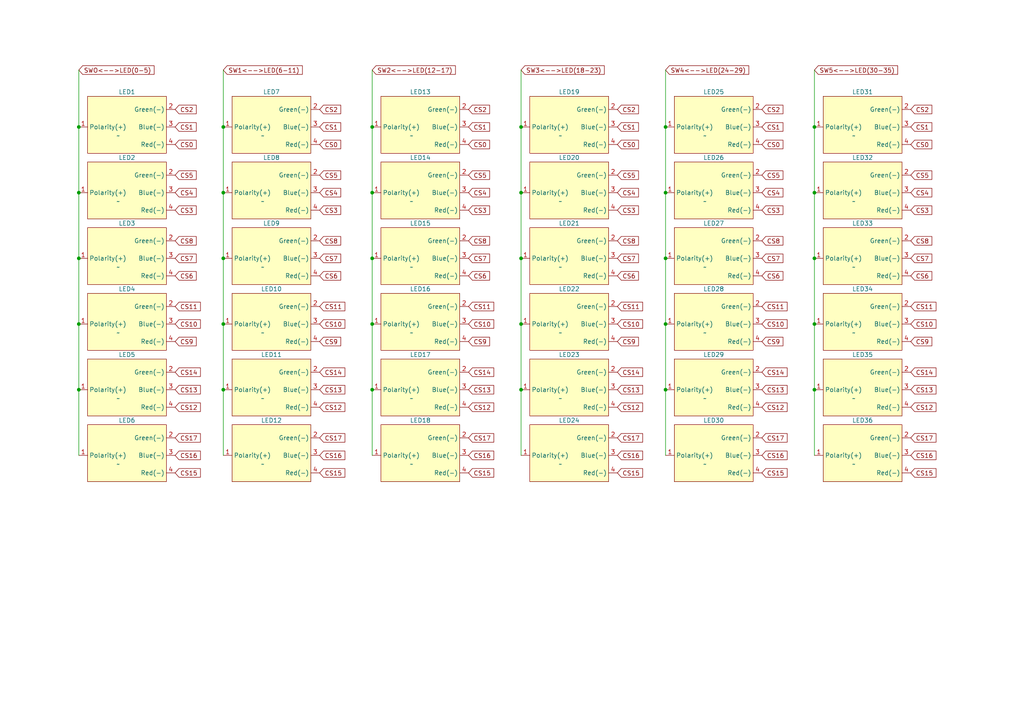
<source format=kicad_sch>
(kicad_sch (version 20230121) (generator eeschema)
  (paper "A4")
  (lib_symbols
    (symbol "FanBladeSymbols:LED_WL-SFCW"
      (property "Reference" "LED" (at 0 -5.08 0))
      (symbol "LED_WL-SFCW_0_1"
        (rectangle (start -11.43 7.62) (end 11.43 -8.89) (fill (type background)))
      )
      (symbol "LED_WL-SFCW_1_1"
        (pin input line (at -13.97 -1.27 0) (length 2.54) (name "Polarity(+)") (number "1"))
        (pin input line (at 13.97 3.81 180) (length 2.54) (name "Green(-)") (number "2"))
        (pin input line (at 13.97 -1.27 180) (length 2.54) (name "Blue(-)") (number "3"))
        (pin input line (at 13.97 -6.35 180) (length 2.54) (name "Red(-)") (number "4"))
      )
    )
  )
  (junction (at 64.77 113.03))
  (junction (at 193.04 93.98))
  (junction (at 193.04 55.88))
  (junction (at 107.95 74.93))
  (junction (at 151.13 36.83))
  (junction (at 236.22 113.03))
  (junction (at 22.86 55.88))
  (junction (at 193.04 113.03))
  (junction (at 107.95 36.83))
  (junction (at 151.13 55.88))
  (junction (at 193.04 36.83))
  (junction (at 64.77 93.98))
  (junction (at 22.86 113.03))
  (junction (at 22.86 36.83))
  (junction (at 107.95 55.88))
  (junction (at 236.22 93.98))
  (junction (at 64.77 55.88))
  (junction (at 151.13 113.03))
  (junction (at 193.04 74.93))
  (junction (at 22.86 93.98))
  (junction (at 236.22 36.83))
  (junction (at 64.77 36.83))
  (junction (at 64.77 74.93))
  (junction (at 236.22 74.93))
  (junction (at 236.22 55.88))
  (junction (at 151.13 93.98))
  (junction (at 22.86 74.93))
  (junction (at 107.95 93.98))
  (junction (at 107.95 113.03))
  (junction (at 151.13 74.93))
  (wire (pts (xy 236.22 93.98) (xy 236.22 113.03)))
  (wire (pts (xy 193.04 55.88) (xy 193.04 74.93)))
  (wire (pts (xy 107.95 113.03) (xy 107.95 132.08)))
  (wire (pts (xy 107.95 93.98) (xy 107.95 113.03)))
  (wire (pts (xy 151.13 36.83) (xy 151.13 55.88)))
  (wire (pts (xy 107.95 36.83) (xy 107.95 55.88)))
  (wire (pts (xy 151.13 20.32) (xy 151.13 36.83)))
  (wire (pts (xy 193.04 36.83) (xy 193.04 55.88)))
  (wire (pts (xy 22.86 36.83) (xy 22.86 55.88)))
  (wire (pts (xy 193.04 74.93) (xy 193.04 93.98)))
  (wire (pts (xy 107.95 55.88) (xy 107.95 74.93)))
  (wire (pts (xy 107.95 20.32) (xy 107.95 36.83)))
  (wire (pts (xy 64.77 93.98) (xy 64.77 113.03)))
  (wire (pts (xy 64.77 36.83) (xy 64.77 55.88)))
  (wire (pts (xy 151.13 74.93) (xy 151.13 93.98)))
  (wire (pts (xy 64.77 55.88) (xy 64.77 74.93)))
  (wire (pts (xy 236.22 36.83) (xy 236.22 55.88)))
  (wire (pts (xy 193.04 20.32) (xy 193.04 36.83)))
  (wire (pts (xy 236.22 20.32) (xy 236.22 36.83)))
  (wire (pts (xy 236.22 74.93) (xy 236.22 93.98)))
  (wire (pts (xy 64.77 20.32) (xy 64.77 36.83)))
  (wire (pts (xy 22.86 20.32) (xy 22.86 36.83)))
  (wire (pts (xy 22.86 93.98) (xy 22.86 113.03)))
  (wire (pts (xy 22.86 74.93) (xy 22.86 93.98)))
  (wire (pts (xy 151.13 113.03) (xy 151.13 132.08)))
  (wire (pts (xy 151.13 55.88) (xy 151.13 74.93)))
  (wire (pts (xy 22.86 55.88) (xy 22.86 74.93)))
  (wire (pts (xy 236.22 55.88) (xy 236.22 74.93)))
  (wire (pts (xy 64.77 113.03) (xy 64.77 132.08)))
  (wire (pts (xy 193.04 113.03) (xy 193.04 132.08)))
  (wire (pts (xy 193.04 93.98) (xy 193.04 113.03)))
  (wire (pts (xy 22.86 113.03) (xy 22.86 132.08)))
  (wire (pts (xy 151.13 93.98) (xy 151.13 113.03)))
  (wire (pts (xy 64.77 74.93) (xy 64.77 93.98)))
  (wire (pts (xy 236.22 113.03) (xy 236.22 132.08)))
  (wire (pts (xy 107.95 74.93) (xy 107.95 93.98)))
  (global_label "CS13" (shape input) (at 135.89 113.03 0) (property "Intersheetrefs" "${INTERSHEET_REFS}" (effects hide)))
  (global_label "CS5" (shape input) (at 135.89 50.8 0) (property "Intersheetrefs" "${INTERSHEET_REFS}" (effects hide)))
  (global_label "CS4" (shape input) (at 220.98 55.88 0) (property "Intersheetrefs" "${INTERSHEET_REFS}" (effects hide)))
  (global_label "CS15" (shape input) (at 92.71 137.16 0) (property "Intersheetrefs" "${INTERSHEET_REFS}" (effects hide)))
  (global_label "CS0" (shape input) (at 92.71 41.91 0) (property "Intersheetrefs" "${INTERSHEET_REFS}" (effects hide)))
  (global_label "CS14" (shape input) (at 135.89 107.95 0) (property "Intersheetrefs" "${INTERSHEET_REFS}" (effects hide)))
  (global_label "CS0" (shape input) (at 179.07 41.91 0) (property "Intersheetrefs" "${INTERSHEET_REFS}" (effects hide)))
  (global_label "CS6" (shape input) (at 179.07 80.01 0) (property "Intersheetrefs" "${INTERSHEET_REFS}" (effects hide)))
  (global_label "CS14" (shape input) (at 50.8 107.95 0) (property "Intersheetrefs" "${INTERSHEET_REFS}" (effects hide)))
  (global_label "CS0" (shape input) (at 50.8 41.91 0) (property "Intersheetrefs" "${INTERSHEET_REFS}" (effects hide)))
  (global_label "CS16" (shape input) (at 264.16 132.08 0) (property "Intersheetrefs" "${INTERSHEET_REFS}" (effects hide)))
  (global_label "CS12" (shape input) (at 179.07 118.11 0) (property "Intersheetrefs" "${INTERSHEET_REFS}" (effects hide)))
  (global_label "CS14" (shape input) (at 92.71 107.95 0) (property "Intersheetrefs" "${INTERSHEET_REFS}" (effects hide)))
  (global_label "CS2" (shape input) (at 135.89 31.75 0) (property "Intersheetrefs" "${INTERSHEET_REFS}" (effects hide)))
  (global_label "SW3<-->LED(18-23)" (shape input) (at 151.13 20.32 0) (property "Intersheetrefs" "${INTERSHEET_REFS}" (effects hide)))
  (global_label "CS12" (shape input) (at 264.16 118.11 0) (property "Intersheetrefs" "${INTERSHEET_REFS}" (effects hide)))
  (global_label "CS10" (shape input) (at 220.98 93.98 0) (property "Intersheetrefs" "${INTERSHEET_REFS}" (effects hide)))
  (global_label "CS1" (shape input) (at 179.07 36.83 0) (property "Intersheetrefs" "${INTERSHEET_REFS}" (effects hide)))
  (global_label "CS4" (shape input) (at 50.8 55.88 0) (property "Intersheetrefs" "${INTERSHEET_REFS}" (effects hide)))
  (global_label "CS10" (shape input) (at 179.07 93.98 0) (property "Intersheetrefs" "${INTERSHEET_REFS}" (effects hide)))
  (global_label "CS12" (shape input) (at 135.89 118.11 0) (property "Intersheetrefs" "${INTERSHEET_REFS}" (effects hide)))
  (global_label "CS11" (shape input) (at 264.16 88.9 0) (property "Intersheetrefs" "${INTERSHEET_REFS}" (effects hide)))
  (global_label "CS4" (shape input) (at 135.89 55.88 0) (property "Intersheetrefs" "${INTERSHEET_REFS}" (effects hide)))
  (global_label "CS8" (shape input) (at 92.71 69.85 0) (property "Intersheetrefs" "${INTERSHEET_REFS}" (effects hide)))
  (global_label "CS9" (shape input) (at 50.8 99.06 0) (property "Intersheetrefs" "${INTERSHEET_REFS}" (effects hide)))
  (global_label "CS15" (shape input) (at 135.89 137.16 0) (property "Intersheetrefs" "${INTERSHEET_REFS}" (effects hide)))
  (global_label "CS6" (shape input) (at 92.71 80.01 0) (property "Intersheetrefs" "${INTERSHEET_REFS}" (effects hide)))
  (global_label "CS5" (shape input) (at 264.16 50.8 0) (property "Intersheetrefs" "${INTERSHEET_REFS}" (effects hide)))
  (global_label "CS6" (shape input) (at 220.98 80.01 0) (property "Intersheetrefs" "${INTERSHEET_REFS}" (effects hide)))
  (global_label "CS0" (shape input) (at 264.16 41.91 0) (property "Intersheetrefs" "${INTERSHEET_REFS}" (effects hide)))
  (global_label "CS11" (shape input) (at 50.8 88.9 0) (property "Intersheetrefs" "${INTERSHEET_REFS}" (effects hide)))
  (global_label "CS11" (shape input) (at 135.89 88.9 0) (property "Intersheetrefs" "${INTERSHEET_REFS}" (effects hide)))
  (global_label "CS5" (shape input) (at 220.98 50.8 0) (property "Intersheetrefs" "${INTERSHEET_REFS}" (effects hide)))
  (global_label "CS11" (shape input) (at 92.71 88.9 0) (property "Intersheetrefs" "${INTERSHEET_REFS}" (effects hide)))
  (global_label "CS13" (shape input) (at 220.98 113.03 0) (property "Intersheetrefs" "${INTERSHEET_REFS}" (effects hide)))
  (global_label "CS3" (shape input) (at 135.89 60.96 0) (property "Intersheetrefs" "${INTERSHEET_REFS}" (effects hide)))
  (global_label "CS4" (shape input) (at 92.71 55.88 0) (property "Intersheetrefs" "${INTERSHEET_REFS}" (effects hide)))
  (global_label "CS14" (shape input) (at 179.07 107.95 0) (property "Intersheetrefs" "${INTERSHEET_REFS}" (effects hide)))
  (global_label "CS10" (shape input) (at 264.16 93.98 0) (property "Intersheetrefs" "${INTERSHEET_REFS}" (effects hide)))
  (global_label "SW5<-->LED(30-35)" (shape input) (at 236.22 20.32 0) (property "Intersheetrefs" "${INTERSHEET_REFS}" (effects hide)))
  (global_label "CS8" (shape input) (at 179.07 69.85 0) (property "Intersheetrefs" "${INTERSHEET_REFS}" (effects hide)))
  (global_label "CS15" (shape input) (at 50.8 137.16 0) (property "Intersheetrefs" "${INTERSHEET_REFS}" (effects hide)))
  (global_label "CS8" (shape input) (at 50.8 69.85 0) (property "Intersheetrefs" "${INTERSHEET_REFS}" (effects hide)))
  (global_label "CS7" (shape input) (at 135.89 74.93 0) (property "Intersheetrefs" "${INTERSHEET_REFS}" (effects hide)))
  (global_label "CS9" (shape input) (at 179.07 99.06 0) (property "Intersheetrefs" "${INTERSHEET_REFS}" (effects hide)))
  (global_label "CS1" (shape input) (at 50.8 36.83 0) (property "Intersheetrefs" "${INTERSHEET_REFS}" (effects hide)))
  (global_label "CS9" (shape input) (at 92.71 99.06 0) (property "Intersheetrefs" "${INTERSHEET_REFS}" (effects hide)))
  (global_label "CS6" (shape input) (at 50.8 80.01 0) (property "Intersheetrefs" "${INTERSHEET_REFS}" (effects hide)))
  (global_label "CS14" (shape input) (at 220.98 107.95 0) (property "Intersheetrefs" "${INTERSHEET_REFS}" (effects hide)))
  (global_label "CS3" (shape input) (at 220.98 60.96 0) (property "Intersheetrefs" "${INTERSHEET_REFS}" (effects hide)))
  (global_label "CS10" (shape input) (at 92.71 93.98 0) (property "Intersheetrefs" "${INTERSHEET_REFS}" (effects hide)))
  (global_label "CS3" (shape input) (at 92.71 60.96 0) (property "Intersheetrefs" "${INTERSHEET_REFS}" (effects hide)))
  (global_label "CS8" (shape input) (at 220.98 69.85 0) (property "Intersheetrefs" "${INTERSHEET_REFS}" (effects hide)))
  (global_label "CS7" (shape input) (at 50.8 74.93 0) (property "Intersheetrefs" "${INTERSHEET_REFS}" (effects hide)))
  (global_label "CS1" (shape input) (at 135.89 36.83 0) (property "Intersheetrefs" "${INTERSHEET_REFS}" (effects hide)))
  (global_label "CS6" (shape input) (at 135.89 80.01 0) (property "Intersheetrefs" "${INTERSHEET_REFS}" (effects hide)))
  (global_label "CS2" (shape input) (at 264.16 31.75 0) (property "Intersheetrefs" "${INTERSHEET_REFS}" (effects hide)))
  (global_label "CS7" (shape input) (at 220.98 74.93 0) (property "Intersheetrefs" "${INTERSHEET_REFS}" (effects hide)))
  (global_label "CS13" (shape input) (at 50.8 113.03 0) (property "Intersheetrefs" "${INTERSHEET_REFS}" (effects hide)))
  (global_label "CS3" (shape input) (at 179.07 60.96 0) (property "Intersheetrefs" "${INTERSHEET_REFS}" (effects hide)))
  (global_label "CS2" (shape input) (at 179.07 31.75 0) (property "Intersheetrefs" "${INTERSHEET_REFS}" (effects hide)))
  (global_label "CS4" (shape input) (at 264.16 55.88 0) (property "Intersheetrefs" "${INTERSHEET_REFS}" (effects hide)))
  (global_label "CS1" (shape input) (at 264.16 36.83 0) (property "Intersheetrefs" "${INTERSHEET_REFS}" (effects hide)))
  (global_label "CS11" (shape input) (at 220.98 88.9 0) (property "Intersheetrefs" "${INTERSHEET_REFS}" (effects hide)))
  (global_label "CS16" (shape input) (at 92.71 132.08 0) (property "Intersheetrefs" "${INTERSHEET_REFS}" (effects hide)))
  (global_label "CS4" (shape input) (at 179.07 55.88 0) (property "Intersheetrefs" "${INTERSHEET_REFS}" (effects hide)))
  (global_label "CS17" (shape input) (at 135.89 127 0) (property "Intersheetrefs" "${INTERSHEET_REFS}" (effects hide)))
  (global_label "CS10" (shape input) (at 50.8 93.98 0) (property "Intersheetrefs" "${INTERSHEET_REFS}" (effects hide)))
  (global_label "CS12" (shape input) (at 92.71 118.11 0) (property "Intersheetrefs" "${INTERSHEET_REFS}" (effects hide)))
  (global_label "SW4<-->LED(24-29)" (shape input) (at 193.04 20.32 0) (property "Intersheetrefs" "${INTERSHEET_REFS}" (effects hide)))
  (global_label "CS15" (shape input) (at 179.07 137.16 0) (property "Intersheetrefs" "${INTERSHEET_REFS}" (effects hide)))
  (global_label "CS13" (shape input) (at 92.71 113.03 0) (property "Intersheetrefs" "${INTERSHEET_REFS}" (effects hide)))
  (global_label "CS17" (shape input) (at 92.71 127 0) (property "Intersheetrefs" "${INTERSHEET_REFS}" (effects hide)))
  (global_label "CS5" (shape input) (at 179.07 50.8 0) (property "Intersheetrefs" "${INTERSHEET_REFS}" (effects hide)))
  (global_label "CS9" (shape input) (at 135.89 99.06 0) (property "Intersheetrefs" "${INTERSHEET_REFS}" (effects hide)))
  (global_label "CS17" (shape input) (at 50.8 127 0) (property "Intersheetrefs" "${INTERSHEET_REFS}" (effects hide)))
  (global_label "CS2" (shape input) (at 220.98 31.75 0) (property "Intersheetrefs" "${INTERSHEET_REFS}" (effects hide)))
  (global_label "CS0" (shape input) (at 135.89 41.91 0) (property "Intersheetrefs" "${INTERSHEET_REFS}" (effects hide)))
  (global_label "CS3" (shape input) (at 264.16 60.96 0) (property "Intersheetrefs" "${INTERSHEET_REFS}" (effects hide)))
  (global_label "SW1<-->LED(6-11)" (shape input) (at 64.77 20.32 0) (property "Intersheetrefs" "${INTERSHEET_REFS}" (effects hide)))
  (global_label "CS14" (shape input) (at 264.16 107.95 0) (property "Intersheetrefs" "${INTERSHEET_REFS}" (effects hide)))
  (global_label "CS6" (shape input) (at 264.16 80.01 0) (property "Intersheetrefs" "${INTERSHEET_REFS}" (effects hide)))
  (global_label "CS10" (shape input) (at 135.89 93.98 0) (property "Intersheetrefs" "${INTERSHEET_REFS}" (effects hide)))
  (global_label "CS1" (shape input) (at 220.98 36.83 0) (property "Intersheetrefs" "${INTERSHEET_REFS}" (effects hide)))
  (global_label "CS16" (shape input) (at 135.89 132.08 0) (property "Intersheetrefs" "${INTERSHEET_REFS}" (effects hide)))
  (global_label "CS15" (shape input) (at 220.98 137.16 0) (property "Intersheetrefs" "${INTERSHEET_REFS}" (effects hide)))
  (global_label "CS7" (shape input) (at 92.71 74.93 0) (property "Intersheetrefs" "${INTERSHEET_REFS}" (effects hide)))
  (global_label "CS16" (shape input) (at 179.07 132.08 0) (property "Intersheetrefs" "${INTERSHEET_REFS}" (effects hide)))
  (global_label "CS16" (shape input) (at 220.98 132.08 0) (property "Intersheetrefs" "${INTERSHEET_REFS}" (effects hide)))
  (global_label "CS13" (shape input) (at 264.16 113.03 0) (property "Intersheetrefs" "${INTERSHEET_REFS}" (effects hide)))
  (global_label "CS0" (shape input) (at 220.98 41.91 0) (property "Intersheetrefs" "${INTERSHEET_REFS}" (effects hide)))
  (global_label "CS3" (shape input) (at 50.8 60.96 0) (property "Intersheetrefs" "${INTERSHEET_REFS}" (effects hide)))
  (global_label "CS9" (shape input) (at 220.98 99.06 0) (property "Intersheetrefs" "${INTERSHEET_REFS}" (effects hide)))
  (global_label "CS1" (shape input) (at 92.71 36.83 0) (property "Intersheetrefs" "${INTERSHEET_REFS}" (effects hide)))
  (global_label "CS8" (shape input) (at 264.16 69.85 0) (property "Intersheetrefs" "${INTERSHEET_REFS}" (effects hide)))
  (global_label "CS15" (shape input) (at 264.16 137.16 0) (property "Intersheetrefs" "${INTERSHEET_REFS}" (effects hide)))
  (global_label "CS9" (shape input) (at 264.16 99.06 0) (property "Intersheetrefs" "${INTERSHEET_REFS}" (effects hide)))
  (global_label "CS13" (shape input) (at 179.07 113.03 0) (property "Intersheetrefs" "${INTERSHEET_REFS}" (effects hide)))
  (global_label "CS7" (shape input) (at 264.16 74.93 0) (property "Intersheetrefs" "${INTERSHEET_REFS}" (effects hide)))
  (global_label "CS16" (shape input) (at 50.8 132.08 0) (property "Intersheetrefs" "${INTERSHEET_REFS}" (effects hide)))
  (global_label "CS5" (shape input) (at 50.8 50.8 0) (property "Intersheetrefs" "${INTERSHEET_REFS}" (effects hide)))
  (global_label "CS12" (shape input) (at 50.8 118.11 0) (property "Intersheetrefs" "${INTERSHEET_REFS}" (effects hide)))
  (global_label "CS17" (shape input) (at 264.16 127 0) (property "Intersheetrefs" "${INTERSHEET_REFS}" (effects hide)))
  (global_label "CS5" (shape input) (at 92.71 50.8 0) (property "Intersheetrefs" "${INTERSHEET_REFS}" (effects hide)))
  (global_label "CS11" (shape input) (at 179.07 88.9 0) (property "Intersheetrefs" "${INTERSHEET_REFS}" (effects hide)))
  (global_label "SW2<-->LED(12-17)" (shape input) (at 107.95 20.32 0) (property "Intersheetrefs" "${INTERSHEET_REFS}" (effects hide)))
  (global_label "CS8" (shape input) (at 135.89 69.85 0) (property "Intersheetrefs" "${INTERSHEET_REFS}" (effects hide)))
  (global_label "SWO<-->LED(0-5)" (shape input) (at 22.86 20.32 0) (property "Intersheetrefs" "${INTERSHEET_REFS}" (effects hide)))
  (global_label "CS2" (shape input) (at 50.8 31.75 0) (property "Intersheetrefs" "${INTERSHEET_REFS}" (effects hide)))
  (global_label "CS17" (shape input) (at 220.98 127 0) (property "Intersheetrefs" "${INTERSHEET_REFS}" (effects hide)))
  (global_label "CS12" (shape input) (at 220.98 118.11 0) (property "Intersheetrefs" "${INTERSHEET_REFS}" (effects hide)))
  (global_label "CS7" (shape input) (at 179.07 74.93 0) (property "Intersheetrefs" "${INTERSHEET_REFS}" (effects hide)))
  (global_label "CS17" (shape input) (at 179.07 127 0) (property "Intersheetrefs" "${INTERSHEET_REFS}" (effects hide)))
  (global_label "CS2" (shape input) (at 92.71 31.75 0) (property "Intersheetrefs" "${INTERSHEET_REFS}" (effects hide)))
  (symbol (lib_id "FanBladeSymbols:LED_WL-SFCW") (at 207.01 54.61 0) (unit 1)
    (property "Reference" "LED26" (at 207.01 45.72 0))
    (property "Value" "~" (at 204.47 58.42 0))
    (property "Footprint" "FanbladeFootprints:WL-SFCW SMT Full-color Chip LED" (effects hide))
  )
  (symbol (lib_id "FanBladeSymbols:LED_WL-SFCW") (at 250.19 35.56 0) (unit 1)
    (property "Reference" "LED31" (at 250.19 26.67 0))
    (property "Value" "~" (at 247.65 39.37 0))
    (property "Footprint" "FanbladeFootprints:WL-SFCW SMT Full-color Chip LED" (effects hide))
  )
  (symbol (lib_id "FanBladeSymbols:LED_WL-SFCW") (at 78.74 73.66 0) (unit 1)
    (property "Reference" "LED9" (at 78.74 64.77 0))
    (property "Value" "~" (at 76.2 77.47 0))
    (property "Footprint" "FanbladeFootprints:WL-SFCW SMT Full-color Chip LED" (effects hide))
  )
  (symbol (lib_id "FanBladeSymbols:LED_WL-SFCW") (at 207.01 130.81 0) (unit 1)
    (property "Reference" "LED30" (at 207.01 121.92 0))
    (property "Value" "~" (at 204.47 134.62 0))
    (property "Footprint" "FanbladeFootprints:WL-SFCW SMT Full-color Chip LED" (effects hide))
  )
  (symbol (lib_id "FanBladeSymbols:LED_WL-SFCW") (at 121.92 111.76 0) (unit 1)
    (property "Reference" "LED17" (at 121.92 102.87 0))
    (property "Value" "~" (at 119.38 115.57 0))
    (property "Footprint" "FanbladeFootprints:WL-SFCW SMT Full-color Chip LED" (effects hide))
  )
  (symbol (lib_id "FanBladeSymbols:LED_WL-SFCW") (at 250.19 54.61 0) (unit 1)
    (property "Reference" "LED32" (at 250.19 45.72 0))
    (property "Value" "~" (at 247.65 58.42 0))
    (property "Footprint" "FanbladeFootprints:WL-SFCW SMT Full-color Chip LED" (effects hide))
  )
  (symbol (lib_id "FanBladeSymbols:LED_WL-SFCW") (at 36.83 35.56 0) (unit 1)
    (property "Reference" "LED1" (at 36.83 26.67 0))
    (property "Value" "~" (at 34.29 39.37 0))
    (property "Footprint" "FanbladeFootprints:WL-SFCW SMT Full-color Chip LED" (effects hide))
  )
  (symbol (lib_id "FanBladeSymbols:LED_WL-SFCW") (at 36.83 54.61 0) (unit 1)
    (property "Reference" "LED2" (at 36.83 45.72 0))
    (property "Value" "~" (at 34.29 58.42 0))
    (property "Footprint" "FanbladeFootprints:WL-SFCW SMT Full-color Chip LED" (effects hide))
  )
  (symbol (lib_id "FanBladeSymbols:LED_WL-SFCW") (at 250.19 111.76 0) (unit 1)
    (property "Reference" "LED35" (at 250.19 102.87 0))
    (property "Value" "~" (at 247.65 115.57 0))
    (property "Footprint" "FanbladeFootprints:WL-SFCW SMT Full-color Chip LED" (effects hide))
  )
  (symbol (lib_id "FanBladeSymbols:LED_WL-SFCW") (at 78.74 54.61 0) (unit 1)
    (property "Reference" "LED8" (at 78.74 45.72 0))
    (property "Value" "~" (at 76.2 58.42 0))
    (property "Footprint" "FanbladeFootprints:WL-SFCW SMT Full-color Chip LED" (effects hide))
  )
  (symbol (lib_id "FanBladeSymbols:LED_WL-SFCW") (at 165.1 54.61 0) (unit 1)
    (property "Reference" "LED20" (at 165.1 45.72 0))
    (property "Value" "~" (at 162.56 58.42 0))
    (property "Footprint" "FanbladeFootprints:WL-SFCW SMT Full-color Chip LED" (effects hide))
  )
  (symbol (lib_id "FanBladeSymbols:LED_WL-SFCW") (at 121.92 92.71 0) (unit 1)
    (property "Reference" "LED16" (at 121.92 83.82 0))
    (property "Value" "~" (at 119.38 96.52 0))
    (property "Footprint" "FanbladeFootprints:WL-SFCW SMT Full-color Chip LED" (effects hide))
  )
  (symbol (lib_id "FanBladeSymbols:LED_WL-SFCW") (at 207.01 92.71 0) (unit 1)
    (property "Reference" "LED28" (at 207.01 83.82 0))
    (property "Value" "~" (at 204.47 96.52 0))
    (property "Footprint" "FanbladeFootprints:WL-SFCW SMT Full-color Chip LED" (effects hide))
  )
  (symbol (lib_id "FanBladeSymbols:LED_WL-SFCW") (at 36.83 111.76 0) (unit 1)
    (property "Reference" "LED5" (at 36.83 102.87 0))
    (property "Value" "~" (at 34.29 115.57 0))
    (property "Footprint" "FanbladeFootprints:WL-SFCW SMT Full-color Chip LED" (effects hide))
  )
  (symbol (lib_id "FanBladeSymbols:LED_WL-SFCW") (at 165.1 92.71 0) (unit 1)
    (property "Reference" "LED22" (at 165.1 83.82 0))
    (property "Value" "~" (at 162.56 96.52 0))
    (property "Footprint" "FanbladeFootprints:WL-SFCW SMT Full-color Chip LED" (effects hide))
  )
  (symbol (lib_id "FanBladeSymbols:LED_WL-SFCW") (at 121.92 73.66 0) (unit 1)
    (property "Reference" "LED15" (at 121.92 64.77 0))
    (property "Value" "~" (at 119.38 77.47 0))
    (property "Footprint" "FanbladeFootprints:WL-SFCW SMT Full-color Chip LED" (effects hide))
  )
  (symbol (lib_id "FanBladeSymbols:LED_WL-SFCW") (at 207.01 73.66 0) (unit 1)
    (property "Reference" "LED27" (at 207.01 64.77 0))
    (property "Value" "~" (at 204.47 77.47 0))
    (property "Footprint" "FanbladeFootprints:WL-SFCW SMT Full-color Chip LED" (effects hide))
  )
  (symbol (lib_id "FanBladeSymbols:LED_WL-SFCW") (at 207.01 111.76 0) (unit 1)
    (property "Reference" "LED29" (at 207.01 102.87 0))
    (property "Value" "~" (at 204.47 115.57 0))
    (property "Footprint" "FanbladeFootprints:WL-SFCW SMT Full-color Chip LED" (effects hide))
  )
  (symbol (lib_id "FanBladeSymbols:LED_WL-SFCW") (at 36.83 130.81 0) (unit 1)
    (property "Reference" "LED6" (at 36.83 121.92 0))
    (property "Value" "~" (at 34.29 134.62 0))
    (property "Footprint" "FanbladeFootprints:WL-SFCW SMT Full-color Chip LED" (effects hide))
  )
  (symbol (lib_id "FanBladeSymbols:LED_WL-SFCW") (at 250.19 73.66 0) (unit 1)
    (property "Reference" "LED33" (at 250.19 64.77 0))
    (property "Value" "~" (at 247.65 77.47 0))
    (property "Footprint" "FanbladeFootprints:WL-SFCW SMT Full-color Chip LED" (effects hide))
  )
  (symbol (lib_id "FanBladeSymbols:LED_WL-SFCW") (at 207.01 35.56 0) (unit 1)
    (property "Reference" "LED25" (at 207.01 26.67 0))
    (property "Value" "~" (at 204.47 39.37 0))
    (property "Footprint" "FanbladeFootprints:WL-SFCW SMT Full-color Chip LED" (effects hide))
  )
  (symbol (lib_id "FanBladeSymbols:LED_WL-SFCW") (at 250.19 92.71 0) (unit 1)
    (property "Reference" "LED34" (at 250.19 83.82 0))
    (property "Value" "~" (at 247.65 96.52 0))
    (property "Footprint" "FanbladeFootprints:WL-SFCW SMT Full-color Chip LED" (effects hide))
  )
  (symbol (lib_id "FanBladeSymbols:LED_WL-SFCW") (at 36.83 92.71 0) (unit 1)
    (property "Reference" "LED4" (at 36.83 83.82 0))
    (property "Value" "~" (at 34.29 96.52 0))
    (property "Footprint" "FanbladeFootprints:WL-SFCW SMT Full-color Chip LED" (effects hide))
  )
  (symbol (lib_id "FanBladeSymbols:LED_WL-SFCW") (at 165.1 130.81 0) (unit 1)
    (property "Reference" "LED24" (at 165.1 121.92 0))
    (property "Value" "~" (at 162.56 134.62 0))
    (property "Footprint" "FanbladeFootprints:WL-SFCW SMT Full-color Chip LED" (effects hide))
  )
  (symbol (lib_id "FanBladeSymbols:LED_WL-SFCW") (at 78.74 111.76 0) (unit 1)
    (property "Reference" "LED11" (at 78.74 102.87 0))
    (property "Value" "~" (at 76.2 115.57 0))
    (property "Footprint" "FanbladeFootprints:WL-SFCW SMT Full-color Chip LED" (effects hide))
  )
  (symbol (lib_id "FanBladeSymbols:LED_WL-SFCW") (at 165.1 35.56 0) (unit 1)
    (property "Reference" "LED19" (at 165.1 26.67 0))
    (property "Value" "~" (at 162.56 39.37 0))
    (property "Footprint" "FanbladeFootprints:WL-SFCW SMT Full-color Chip LED" (effects hide))
  )
  (symbol (lib_id "FanBladeSymbols:LED_WL-SFCW") (at 121.92 35.56 0) (unit 1)
    (property "Reference" "LED13" (at 121.92 26.67 0))
    (property "Value" "~" (at 119.38 39.37 0))
    (property "Footprint" "FanbladeFootprints:WL-SFCW SMT Full-color Chip LED" (effects hide))
  )
  (symbol (lib_id "FanBladeSymbols:LED_WL-SFCW") (at 121.92 130.81 0) (unit 1)
    (property "Reference" "LED18" (at 121.92 121.92 0))
    (property "Value" "~" (at 119.38 134.62 0))
    (property "Footprint" "FanbladeFootprints:WL-SFCW SMT Full-color Chip LED" (effects hide))
  )
  (symbol (lib_id "FanBladeSymbols:LED_WL-SFCW") (at 165.1 111.76 0) (unit 1)
    (property "Reference" "LED23" (at 165.1 102.87 0))
    (property "Value" "~" (at 162.56 115.57 0))
    (property "Footprint" "FanbladeFootprints:WL-SFCW SMT Full-color Chip LED" (effects hide))
  )
  (symbol (lib_id "FanBladeSymbols:LED_WL-SFCW") (at 250.19 130.81 0) (unit 1)
    (property "Reference" "LED36" (at 250.19 121.92 0))
    (property "Value" "~" (at 247.65 134.62 0))
    (property "Footprint" "FanbladeFootprints:WL-SFCW SMT Full-color Chip LED" (effects hide))
  )
  (symbol (lib_id "FanBladeSymbols:LED_WL-SFCW") (at 36.83 73.66 0) (unit 1)
    (property "Reference" "LED3" (at 36.83 64.77 0))
    (property "Value" "~" (at 34.29 77.47 0))
    (property "Footprint" "FanbladeFootprints:WL-SFCW SMT Full-color Chip LED" (effects hide))
  )
  (symbol (lib_id "FanBladeSymbols:LED_WL-SFCW") (at 121.92 54.61 0) (unit 1)
    (property "Reference" "LED14" (at 121.92 45.72 0))
    (property "Value" "~" (at 119.38 58.42 0))
    (property "Footprint" "FanbladeFootprints:WL-SFCW SMT Full-color Chip LED" (effects hide))
  )
  (symbol (lib_id "FanBladeSymbols:LED_WL-SFCW") (at 78.74 35.56 0) (unit 1)
    (property "Reference" "LED7" (at 78.74 26.67 0))
    (property "Value" "~" (at 76.2 39.37 0))
    (property "Footprint" "FanbladeFootprints:WL-SFCW SMT Full-color Chip LED" (effects hide))
  )
  (symbol (lib_id "FanBladeSymbols:LED_WL-SFCW") (at 78.74 130.81 0) (unit 1)
    (property "Reference" "LED12" (at 78.74 121.92 0))
    (property "Value" "~" (at 76.2 134.62 0))
    (property "Footprint" "FanbladeFootprints:WL-SFCW SMT Full-color Chip LED" (effects hide))
  )
  (symbol (lib_id "FanBladeSymbols:LED_WL-SFCW") (at 165.1 73.66 0) (unit 1)
    (property "Reference" "LED21" (at 165.1 64.77 0))
    (property "Value" "~" (at 162.56 77.47 0))
    (property "Footprint" "FanbladeFootprints:WL-SFCW SMT Full-color Chip LED" (effects hide))
  )
  (symbol (lib_id "FanBladeSymbols:LED_WL-SFCW") (at 78.74 92.71 0) (unit 1)
    (property "Reference" "LED10" (at 78.74 83.82 0))
    (property "Value" "~" (at 76.2 96.52 0))
    (property "Footprint" "FanbladeFootprints:WL-SFCW SMT Full-color Chip LED" (effects hide))
  )
)
</source>
